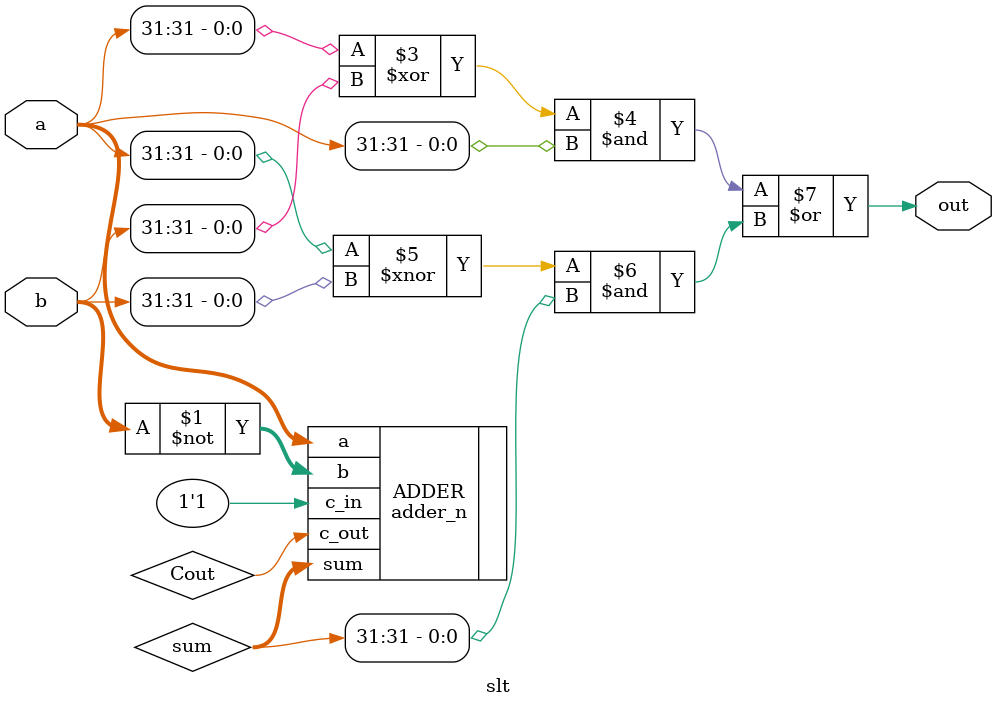
<source format=sv>
module slt(a, b, out);
parameter N = 32;
input wire signed [N-1:0] a, b;
output logic out;

// Using only *structural* combinational logic, make a module that computes if a is less than b!
// Note: this assumes that the two inputs are signed: aka should be interpreted as two's complement.
logic signed [N-1:0] sum;
logic Cout;

adder_n #(.N(32)) ADDER(.a(a), .b(~b), .c_in(1'b1), .sum(sum), .c_out(Cout));
always_comb begin : compare_lt
    out <= ((a[N-1] ^ b[N-1]) & a[N-1]) | ((a[N-1] ~^ b[N-1]) & sum[N-1]);
end
// Copy any other modules you use into this folder and update the Makefile accordingly.

endmodule



</source>
